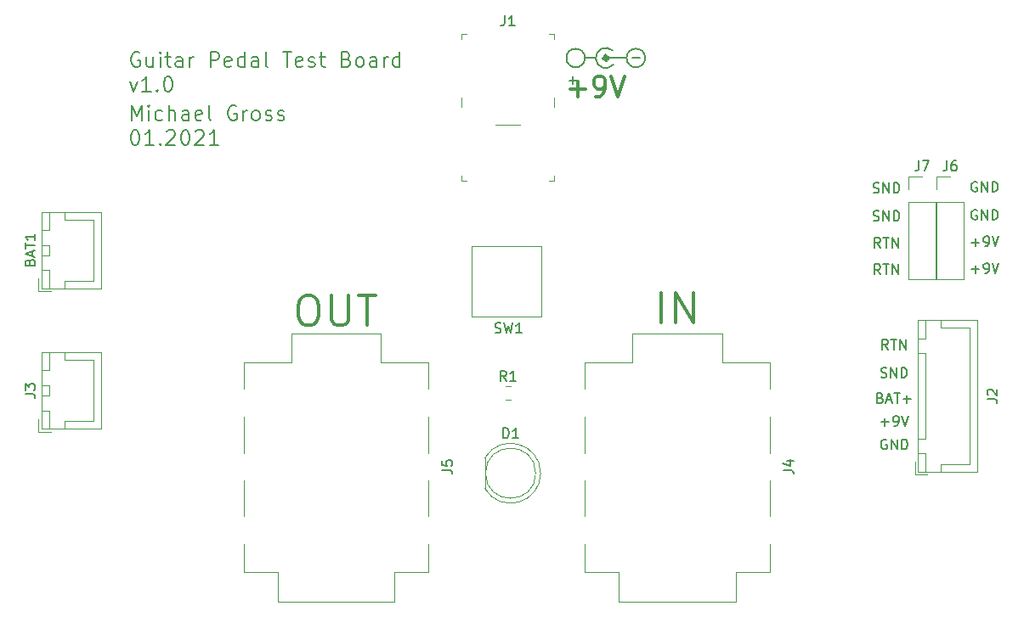
<source format=gbr>
G04 #@! TF.GenerationSoftware,KiCad,Pcbnew,(5.1.5)-3*
G04 #@! TF.CreationDate,2021-02-01T17:37:08+01:00*
G04 #@! TF.ProjectId,Prototype Board,50726f74-6f74-4797-9065-20426f617264,rev?*
G04 #@! TF.SameCoordinates,Original*
G04 #@! TF.FileFunction,Legend,Top*
G04 #@! TF.FilePolarity,Positive*
%FSLAX46Y46*%
G04 Gerber Fmt 4.6, Leading zero omitted, Abs format (unit mm)*
G04 Created by KiCad (PCBNEW (5.1.5)-3) date 2021-02-01 17:37:08*
%MOMM*%
%LPD*%
G04 APERTURE LIST*
%ADD10C,0.200000*%
%ADD11C,0.150000*%
%ADD12C,0.300000*%
%ADD13C,0.500000*%
%ADD14C,0.100000*%
%ADD15C,0.120000*%
G04 APERTURE END LIST*
D10*
X156119047Y-97821428D02*
X156880952Y-97821428D01*
X156500000Y-98202380D02*
X156500000Y-97440476D01*
X162369047Y-95571428D02*
X163130952Y-95571428D01*
D11*
X186396476Y-108989761D02*
X186539333Y-109037380D01*
X186777428Y-109037380D01*
X186872666Y-108989761D01*
X186920285Y-108942142D01*
X186967904Y-108846904D01*
X186967904Y-108751666D01*
X186920285Y-108656428D01*
X186872666Y-108608809D01*
X186777428Y-108561190D01*
X186586952Y-108513571D01*
X186491714Y-108465952D01*
X186444095Y-108418333D01*
X186396476Y-108323095D01*
X186396476Y-108227857D01*
X186444095Y-108132619D01*
X186491714Y-108085000D01*
X186586952Y-108037380D01*
X186825047Y-108037380D01*
X186967904Y-108085000D01*
X187396476Y-109037380D02*
X187396476Y-108037380D01*
X187967904Y-109037380D01*
X187967904Y-108037380D01*
X188444095Y-109037380D02*
X188444095Y-108037380D01*
X188682190Y-108037380D01*
X188825047Y-108085000D01*
X188920285Y-108180238D01*
X188967904Y-108275476D01*
X189015523Y-108465952D01*
X189015523Y-108608809D01*
X188967904Y-108799285D01*
X188920285Y-108894523D01*
X188825047Y-108989761D01*
X188682190Y-109037380D01*
X188444095Y-109037380D01*
X187110761Y-114498380D02*
X186777428Y-114022190D01*
X186539333Y-114498380D02*
X186539333Y-113498380D01*
X186920285Y-113498380D01*
X187015523Y-113546000D01*
X187063142Y-113593619D01*
X187110761Y-113688857D01*
X187110761Y-113831714D01*
X187063142Y-113926952D01*
X187015523Y-113974571D01*
X186920285Y-114022190D01*
X186539333Y-114022190D01*
X187396476Y-113498380D02*
X187967904Y-113498380D01*
X187682190Y-114498380D02*
X187682190Y-113498380D01*
X188301238Y-114498380D02*
X188301238Y-113498380D01*
X188872666Y-114498380D01*
X188872666Y-113498380D01*
X187110761Y-117165380D02*
X186777428Y-116689190D01*
X186539333Y-117165380D02*
X186539333Y-116165380D01*
X186920285Y-116165380D01*
X187015523Y-116213000D01*
X187063142Y-116260619D01*
X187110761Y-116355857D01*
X187110761Y-116498714D01*
X187063142Y-116593952D01*
X187015523Y-116641571D01*
X186920285Y-116689190D01*
X186539333Y-116689190D01*
X187396476Y-116165380D02*
X187967904Y-116165380D01*
X187682190Y-117165380D02*
X187682190Y-116165380D01*
X188301238Y-117165380D02*
X188301238Y-116165380D01*
X188872666Y-117165380D01*
X188872666Y-116165380D01*
X186396476Y-111783761D02*
X186539333Y-111831380D01*
X186777428Y-111831380D01*
X186872666Y-111783761D01*
X186920285Y-111736142D01*
X186967904Y-111640904D01*
X186967904Y-111545666D01*
X186920285Y-111450428D01*
X186872666Y-111402809D01*
X186777428Y-111355190D01*
X186586952Y-111307571D01*
X186491714Y-111259952D01*
X186444095Y-111212333D01*
X186396476Y-111117095D01*
X186396476Y-111021857D01*
X186444095Y-110926619D01*
X186491714Y-110879000D01*
X186586952Y-110831380D01*
X186825047Y-110831380D01*
X186967904Y-110879000D01*
X187396476Y-111831380D02*
X187396476Y-110831380D01*
X187967904Y-111831380D01*
X187967904Y-110831380D01*
X188444095Y-111831380D02*
X188444095Y-110831380D01*
X188682190Y-110831380D01*
X188825047Y-110879000D01*
X188920285Y-110974238D01*
X188967904Y-111069476D01*
X189015523Y-111259952D01*
X189015523Y-111402809D01*
X188967904Y-111593285D01*
X188920285Y-111688523D01*
X188825047Y-111783761D01*
X188682190Y-111831380D01*
X188444095Y-111831380D01*
X196199285Y-116657428D02*
X196961190Y-116657428D01*
X196580238Y-117038380D02*
X196580238Y-116276476D01*
X197485000Y-117038380D02*
X197675476Y-117038380D01*
X197770714Y-116990761D01*
X197818333Y-116943142D01*
X197913571Y-116800285D01*
X197961190Y-116609809D01*
X197961190Y-116228857D01*
X197913571Y-116133619D01*
X197865952Y-116086000D01*
X197770714Y-116038380D01*
X197580238Y-116038380D01*
X197485000Y-116086000D01*
X197437380Y-116133619D01*
X197389761Y-116228857D01*
X197389761Y-116466952D01*
X197437380Y-116562190D01*
X197485000Y-116609809D01*
X197580238Y-116657428D01*
X197770714Y-116657428D01*
X197865952Y-116609809D01*
X197913571Y-116562190D01*
X197961190Y-116466952D01*
X198246904Y-116038380D02*
X198580238Y-117038380D01*
X198913571Y-116038380D01*
X196199285Y-113990428D02*
X196961190Y-113990428D01*
X196580238Y-114371380D02*
X196580238Y-113609476D01*
X197485000Y-114371380D02*
X197675476Y-114371380D01*
X197770714Y-114323761D01*
X197818333Y-114276142D01*
X197913571Y-114133285D01*
X197961190Y-113942809D01*
X197961190Y-113561857D01*
X197913571Y-113466619D01*
X197865952Y-113419000D01*
X197770714Y-113371380D01*
X197580238Y-113371380D01*
X197485000Y-113419000D01*
X197437380Y-113466619D01*
X197389761Y-113561857D01*
X197389761Y-113799952D01*
X197437380Y-113895190D01*
X197485000Y-113942809D01*
X197580238Y-113990428D01*
X197770714Y-113990428D01*
X197865952Y-113942809D01*
X197913571Y-113895190D01*
X197961190Y-113799952D01*
X198246904Y-113371380D02*
X198580238Y-114371380D01*
X198913571Y-113371380D01*
X196723095Y-110752000D02*
X196627857Y-110704380D01*
X196485000Y-110704380D01*
X196342142Y-110752000D01*
X196246904Y-110847238D01*
X196199285Y-110942476D01*
X196151666Y-111132952D01*
X196151666Y-111275809D01*
X196199285Y-111466285D01*
X196246904Y-111561523D01*
X196342142Y-111656761D01*
X196485000Y-111704380D01*
X196580238Y-111704380D01*
X196723095Y-111656761D01*
X196770714Y-111609142D01*
X196770714Y-111275809D01*
X196580238Y-111275809D01*
X197199285Y-111704380D02*
X197199285Y-110704380D01*
X197770714Y-111704380D01*
X197770714Y-110704380D01*
X198246904Y-111704380D02*
X198246904Y-110704380D01*
X198485000Y-110704380D01*
X198627857Y-110752000D01*
X198723095Y-110847238D01*
X198770714Y-110942476D01*
X198818333Y-111132952D01*
X198818333Y-111275809D01*
X198770714Y-111466285D01*
X198723095Y-111561523D01*
X198627857Y-111656761D01*
X198485000Y-111704380D01*
X198246904Y-111704380D01*
X196723095Y-107958000D02*
X196627857Y-107910380D01*
X196485000Y-107910380D01*
X196342142Y-107958000D01*
X196246904Y-108053238D01*
X196199285Y-108148476D01*
X196151666Y-108338952D01*
X196151666Y-108481809D01*
X196199285Y-108672285D01*
X196246904Y-108767523D01*
X196342142Y-108862761D01*
X196485000Y-108910380D01*
X196580238Y-108910380D01*
X196723095Y-108862761D01*
X196770714Y-108815142D01*
X196770714Y-108481809D01*
X196580238Y-108481809D01*
X197199285Y-108910380D02*
X197199285Y-107910380D01*
X197770714Y-108910380D01*
X197770714Y-107910380D01*
X198246904Y-108910380D02*
X198246904Y-107910380D01*
X198485000Y-107910380D01*
X198627857Y-107958000D01*
X198723095Y-108053238D01*
X198770714Y-108148476D01*
X198818333Y-108338952D01*
X198818333Y-108481809D01*
X198770714Y-108672285D01*
X198723095Y-108767523D01*
X198627857Y-108862761D01*
X198485000Y-108910380D01*
X198246904Y-108910380D01*
D12*
X129842000Y-119261142D02*
X130413428Y-119261142D01*
X130699142Y-119404000D01*
X130984857Y-119689714D01*
X131127714Y-120261142D01*
X131127714Y-121261142D01*
X130984857Y-121832571D01*
X130699142Y-122118285D01*
X130413428Y-122261142D01*
X129842000Y-122261142D01*
X129556285Y-122118285D01*
X129270571Y-121832571D01*
X129127714Y-121261142D01*
X129127714Y-120261142D01*
X129270571Y-119689714D01*
X129556285Y-119404000D01*
X129842000Y-119261142D01*
X132413428Y-119261142D02*
X132413428Y-121689714D01*
X132556285Y-121975428D01*
X132699142Y-122118285D01*
X132984857Y-122261142D01*
X133556285Y-122261142D01*
X133842000Y-122118285D01*
X133984857Y-121975428D01*
X134127714Y-121689714D01*
X134127714Y-119261142D01*
X135127714Y-119261142D02*
X136842000Y-119261142D01*
X135984857Y-122261142D02*
X135984857Y-119261142D01*
X165306571Y-122007142D02*
X165306571Y-119007142D01*
X166735142Y-122007142D02*
X166735142Y-119007142D01*
X168449428Y-122007142D01*
X168449428Y-119007142D01*
X156178571Y-98642857D02*
X157702380Y-98642857D01*
X156940476Y-99404761D02*
X156940476Y-97880952D01*
X158750000Y-99404761D02*
X159130952Y-99404761D01*
X159321428Y-99309523D01*
X159416666Y-99214285D01*
X159607142Y-98928571D01*
X159702380Y-98547619D01*
X159702380Y-97785714D01*
X159607142Y-97595238D01*
X159511904Y-97500000D01*
X159321428Y-97404761D01*
X158940476Y-97404761D01*
X158750000Y-97500000D01*
X158654761Y-97595238D01*
X158559523Y-97785714D01*
X158559523Y-98261904D01*
X158654761Y-98452380D01*
X158750000Y-98547619D01*
X158940476Y-98642857D01*
X159321428Y-98642857D01*
X159511904Y-98547619D01*
X159607142Y-98452380D01*
X159702380Y-98261904D01*
X160273809Y-97404761D02*
X160940476Y-99404761D01*
X161607142Y-97404761D01*
D11*
X187872761Y-124658380D02*
X187539428Y-124182190D01*
X187301333Y-124658380D02*
X187301333Y-123658380D01*
X187682285Y-123658380D01*
X187777523Y-123706000D01*
X187825142Y-123753619D01*
X187872761Y-123848857D01*
X187872761Y-123991714D01*
X187825142Y-124086952D01*
X187777523Y-124134571D01*
X187682285Y-124182190D01*
X187301333Y-124182190D01*
X188158476Y-123658380D02*
X188729904Y-123658380D01*
X188444190Y-124658380D02*
X188444190Y-123658380D01*
X189063238Y-124658380D02*
X189063238Y-123658380D01*
X189634666Y-124658380D01*
X189634666Y-123658380D01*
X187158476Y-127404761D02*
X187301333Y-127452380D01*
X187539428Y-127452380D01*
X187634666Y-127404761D01*
X187682285Y-127357142D01*
X187729904Y-127261904D01*
X187729904Y-127166666D01*
X187682285Y-127071428D01*
X187634666Y-127023809D01*
X187539428Y-126976190D01*
X187348952Y-126928571D01*
X187253714Y-126880952D01*
X187206095Y-126833333D01*
X187158476Y-126738095D01*
X187158476Y-126642857D01*
X187206095Y-126547619D01*
X187253714Y-126500000D01*
X187348952Y-126452380D01*
X187587047Y-126452380D01*
X187729904Y-126500000D01*
X188158476Y-127452380D02*
X188158476Y-126452380D01*
X188729904Y-127452380D01*
X188729904Y-126452380D01*
X189206095Y-127452380D02*
X189206095Y-126452380D01*
X189444190Y-126452380D01*
X189587047Y-126500000D01*
X189682285Y-126595238D01*
X189729904Y-126690476D01*
X189777523Y-126880952D01*
X189777523Y-127023809D01*
X189729904Y-127214285D01*
X189682285Y-127309523D01*
X189587047Y-127404761D01*
X189444190Y-127452380D01*
X189206095Y-127452380D01*
X187110857Y-129468571D02*
X187253714Y-129516190D01*
X187301333Y-129563809D01*
X187348952Y-129659047D01*
X187348952Y-129801904D01*
X187301333Y-129897142D01*
X187253714Y-129944761D01*
X187158476Y-129992380D01*
X186777523Y-129992380D01*
X186777523Y-128992380D01*
X187110857Y-128992380D01*
X187206095Y-129040000D01*
X187253714Y-129087619D01*
X187301333Y-129182857D01*
X187301333Y-129278095D01*
X187253714Y-129373333D01*
X187206095Y-129420952D01*
X187110857Y-129468571D01*
X186777523Y-129468571D01*
X187729904Y-129706666D02*
X188206095Y-129706666D01*
X187634666Y-129992380D02*
X187968000Y-128992380D01*
X188301333Y-129992380D01*
X188491809Y-128992380D02*
X189063238Y-128992380D01*
X188777523Y-129992380D02*
X188777523Y-128992380D01*
X189396571Y-129611428D02*
X190158476Y-129611428D01*
X189777523Y-129992380D02*
X189777523Y-129230476D01*
X187182285Y-131897428D02*
X187944190Y-131897428D01*
X187563238Y-132278380D02*
X187563238Y-131516476D01*
X188468000Y-132278380D02*
X188658476Y-132278380D01*
X188753714Y-132230761D01*
X188801333Y-132183142D01*
X188896571Y-132040285D01*
X188944190Y-131849809D01*
X188944190Y-131468857D01*
X188896571Y-131373619D01*
X188848952Y-131326000D01*
X188753714Y-131278380D01*
X188563238Y-131278380D01*
X188468000Y-131326000D01*
X188420380Y-131373619D01*
X188372761Y-131468857D01*
X188372761Y-131706952D01*
X188420380Y-131802190D01*
X188468000Y-131849809D01*
X188563238Y-131897428D01*
X188753714Y-131897428D01*
X188848952Y-131849809D01*
X188896571Y-131802190D01*
X188944190Y-131706952D01*
X189229904Y-131278380D02*
X189563238Y-132278380D01*
X189896571Y-131278380D01*
X187730095Y-133660000D02*
X187634857Y-133612380D01*
X187492000Y-133612380D01*
X187349142Y-133660000D01*
X187253904Y-133755238D01*
X187206285Y-133850476D01*
X187158666Y-134040952D01*
X187158666Y-134183809D01*
X187206285Y-134374285D01*
X187253904Y-134469523D01*
X187349142Y-134564761D01*
X187492000Y-134612380D01*
X187587238Y-134612380D01*
X187730095Y-134564761D01*
X187777714Y-134517142D01*
X187777714Y-134183809D01*
X187587238Y-134183809D01*
X188206285Y-134612380D02*
X188206285Y-133612380D01*
X188777714Y-134612380D01*
X188777714Y-133612380D01*
X189253904Y-134612380D02*
X189253904Y-133612380D01*
X189492000Y-133612380D01*
X189634857Y-133660000D01*
X189730095Y-133755238D01*
X189777714Y-133850476D01*
X189825333Y-134040952D01*
X189825333Y-134183809D01*
X189777714Y-134374285D01*
X189730095Y-134469523D01*
X189634857Y-134564761D01*
X189492000Y-134612380D01*
X189253904Y-134612380D01*
D10*
X113286857Y-95053000D02*
X113144000Y-94981571D01*
X112929714Y-94981571D01*
X112715428Y-95053000D01*
X112572571Y-95195857D01*
X112501142Y-95338714D01*
X112429714Y-95624428D01*
X112429714Y-95838714D01*
X112501142Y-96124428D01*
X112572571Y-96267285D01*
X112715428Y-96410142D01*
X112929714Y-96481571D01*
X113072571Y-96481571D01*
X113286857Y-96410142D01*
X113358285Y-96338714D01*
X113358285Y-95838714D01*
X113072571Y-95838714D01*
X114644000Y-95481571D02*
X114644000Y-96481571D01*
X114001142Y-95481571D02*
X114001142Y-96267285D01*
X114072571Y-96410142D01*
X114215428Y-96481571D01*
X114429714Y-96481571D01*
X114572571Y-96410142D01*
X114644000Y-96338714D01*
X115358285Y-96481571D02*
X115358285Y-95481571D01*
X115358285Y-94981571D02*
X115286857Y-95053000D01*
X115358285Y-95124428D01*
X115429714Y-95053000D01*
X115358285Y-94981571D01*
X115358285Y-95124428D01*
X115858285Y-95481571D02*
X116429714Y-95481571D01*
X116072571Y-94981571D02*
X116072571Y-96267285D01*
X116144000Y-96410142D01*
X116286857Y-96481571D01*
X116429714Y-96481571D01*
X117572571Y-96481571D02*
X117572571Y-95695857D01*
X117501142Y-95553000D01*
X117358285Y-95481571D01*
X117072571Y-95481571D01*
X116929714Y-95553000D01*
X117572571Y-96410142D02*
X117429714Y-96481571D01*
X117072571Y-96481571D01*
X116929714Y-96410142D01*
X116858285Y-96267285D01*
X116858285Y-96124428D01*
X116929714Y-95981571D01*
X117072571Y-95910142D01*
X117429714Y-95910142D01*
X117572571Y-95838714D01*
X118286857Y-96481571D02*
X118286857Y-95481571D01*
X118286857Y-95767285D02*
X118358285Y-95624428D01*
X118429714Y-95553000D01*
X118572571Y-95481571D01*
X118715428Y-95481571D01*
X120358285Y-96481571D02*
X120358285Y-94981571D01*
X120929714Y-94981571D01*
X121072571Y-95053000D01*
X121144000Y-95124428D01*
X121215428Y-95267285D01*
X121215428Y-95481571D01*
X121144000Y-95624428D01*
X121072571Y-95695857D01*
X120929714Y-95767285D01*
X120358285Y-95767285D01*
X122429714Y-96410142D02*
X122286857Y-96481571D01*
X122001142Y-96481571D01*
X121858285Y-96410142D01*
X121786857Y-96267285D01*
X121786857Y-95695857D01*
X121858285Y-95553000D01*
X122001142Y-95481571D01*
X122286857Y-95481571D01*
X122429714Y-95553000D01*
X122501142Y-95695857D01*
X122501142Y-95838714D01*
X121786857Y-95981571D01*
X123786857Y-96481571D02*
X123786857Y-94981571D01*
X123786857Y-96410142D02*
X123644000Y-96481571D01*
X123358285Y-96481571D01*
X123215428Y-96410142D01*
X123144000Y-96338714D01*
X123072571Y-96195857D01*
X123072571Y-95767285D01*
X123144000Y-95624428D01*
X123215428Y-95553000D01*
X123358285Y-95481571D01*
X123644000Y-95481571D01*
X123786857Y-95553000D01*
X125144000Y-96481571D02*
X125144000Y-95695857D01*
X125072571Y-95553000D01*
X124929714Y-95481571D01*
X124644000Y-95481571D01*
X124501142Y-95553000D01*
X125144000Y-96410142D02*
X125001142Y-96481571D01*
X124644000Y-96481571D01*
X124501142Y-96410142D01*
X124429714Y-96267285D01*
X124429714Y-96124428D01*
X124501142Y-95981571D01*
X124644000Y-95910142D01*
X125001142Y-95910142D01*
X125144000Y-95838714D01*
X126072571Y-96481571D02*
X125929714Y-96410142D01*
X125858285Y-96267285D01*
X125858285Y-94981571D01*
X127572571Y-94981571D02*
X128429714Y-94981571D01*
X128001142Y-96481571D02*
X128001142Y-94981571D01*
X129501142Y-96410142D02*
X129358285Y-96481571D01*
X129072571Y-96481571D01*
X128929714Y-96410142D01*
X128858285Y-96267285D01*
X128858285Y-95695857D01*
X128929714Y-95553000D01*
X129072571Y-95481571D01*
X129358285Y-95481571D01*
X129501142Y-95553000D01*
X129572571Y-95695857D01*
X129572571Y-95838714D01*
X128858285Y-95981571D01*
X130144000Y-96410142D02*
X130286857Y-96481571D01*
X130572571Y-96481571D01*
X130715428Y-96410142D01*
X130786857Y-96267285D01*
X130786857Y-96195857D01*
X130715428Y-96053000D01*
X130572571Y-95981571D01*
X130358285Y-95981571D01*
X130215428Y-95910142D01*
X130144000Y-95767285D01*
X130144000Y-95695857D01*
X130215428Y-95553000D01*
X130358285Y-95481571D01*
X130572571Y-95481571D01*
X130715428Y-95553000D01*
X131215428Y-95481571D02*
X131786857Y-95481571D01*
X131429714Y-94981571D02*
X131429714Y-96267285D01*
X131501142Y-96410142D01*
X131644000Y-96481571D01*
X131786857Y-96481571D01*
X133929714Y-95695857D02*
X134144000Y-95767285D01*
X134215428Y-95838714D01*
X134286857Y-95981571D01*
X134286857Y-96195857D01*
X134215428Y-96338714D01*
X134144000Y-96410142D01*
X134001142Y-96481571D01*
X133429714Y-96481571D01*
X133429714Y-94981571D01*
X133929714Y-94981571D01*
X134072571Y-95053000D01*
X134144000Y-95124428D01*
X134215428Y-95267285D01*
X134215428Y-95410142D01*
X134144000Y-95553000D01*
X134072571Y-95624428D01*
X133929714Y-95695857D01*
X133429714Y-95695857D01*
X135144000Y-96481571D02*
X135001142Y-96410142D01*
X134929714Y-96338714D01*
X134858285Y-96195857D01*
X134858285Y-95767285D01*
X134929714Y-95624428D01*
X135001142Y-95553000D01*
X135144000Y-95481571D01*
X135358285Y-95481571D01*
X135501142Y-95553000D01*
X135572571Y-95624428D01*
X135644000Y-95767285D01*
X135644000Y-96195857D01*
X135572571Y-96338714D01*
X135501142Y-96410142D01*
X135358285Y-96481571D01*
X135144000Y-96481571D01*
X136929714Y-96481571D02*
X136929714Y-95695857D01*
X136858285Y-95553000D01*
X136715428Y-95481571D01*
X136429714Y-95481571D01*
X136286857Y-95553000D01*
X136929714Y-96410142D02*
X136786857Y-96481571D01*
X136429714Y-96481571D01*
X136286857Y-96410142D01*
X136215428Y-96267285D01*
X136215428Y-96124428D01*
X136286857Y-95981571D01*
X136429714Y-95910142D01*
X136786857Y-95910142D01*
X136929714Y-95838714D01*
X137644000Y-96481571D02*
X137644000Y-95481571D01*
X137644000Y-95767285D02*
X137715428Y-95624428D01*
X137786857Y-95553000D01*
X137929714Y-95481571D01*
X138072571Y-95481571D01*
X139215428Y-96481571D02*
X139215428Y-94981571D01*
X139215428Y-96410142D02*
X139072571Y-96481571D01*
X138786857Y-96481571D01*
X138644000Y-96410142D01*
X138572571Y-96338714D01*
X138501142Y-96195857D01*
X138501142Y-95767285D01*
X138572571Y-95624428D01*
X138644000Y-95553000D01*
X138786857Y-95481571D01*
X139072571Y-95481571D01*
X139215428Y-95553000D01*
X112358285Y-97931571D02*
X112715428Y-98931571D01*
X113072571Y-97931571D01*
X114429714Y-98931571D02*
X113572571Y-98931571D01*
X114001142Y-98931571D02*
X114001142Y-97431571D01*
X113858285Y-97645857D01*
X113715428Y-97788714D01*
X113572571Y-97860142D01*
X115072571Y-98788714D02*
X115144000Y-98860142D01*
X115072571Y-98931571D01*
X115001142Y-98860142D01*
X115072571Y-98788714D01*
X115072571Y-98931571D01*
X116072571Y-97431571D02*
X116215428Y-97431571D01*
X116358285Y-97503000D01*
X116429714Y-97574428D01*
X116501142Y-97717285D01*
X116572571Y-98003000D01*
X116572571Y-98360142D01*
X116501142Y-98645857D01*
X116429714Y-98788714D01*
X116358285Y-98860142D01*
X116215428Y-98931571D01*
X116072571Y-98931571D01*
X115929714Y-98860142D01*
X115858285Y-98788714D01*
X115786857Y-98645857D01*
X115715428Y-98360142D01*
X115715428Y-98003000D01*
X115786857Y-97717285D01*
X115858285Y-97574428D01*
X115929714Y-97503000D01*
X116072571Y-97431571D01*
X112501142Y-101815571D02*
X112501142Y-100315571D01*
X113001142Y-101387000D01*
X113501142Y-100315571D01*
X113501142Y-101815571D01*
X114215428Y-101815571D02*
X114215428Y-100815571D01*
X114215428Y-100315571D02*
X114144000Y-100387000D01*
X114215428Y-100458428D01*
X114286857Y-100387000D01*
X114215428Y-100315571D01*
X114215428Y-100458428D01*
X115572571Y-101744142D02*
X115429714Y-101815571D01*
X115144000Y-101815571D01*
X115001142Y-101744142D01*
X114929714Y-101672714D01*
X114858285Y-101529857D01*
X114858285Y-101101285D01*
X114929714Y-100958428D01*
X115001142Y-100887000D01*
X115144000Y-100815571D01*
X115429714Y-100815571D01*
X115572571Y-100887000D01*
X116215428Y-101815571D02*
X116215428Y-100315571D01*
X116858285Y-101815571D02*
X116858285Y-101029857D01*
X116786857Y-100887000D01*
X116644000Y-100815571D01*
X116429714Y-100815571D01*
X116286857Y-100887000D01*
X116215428Y-100958428D01*
X118215428Y-101815571D02*
X118215428Y-101029857D01*
X118144000Y-100887000D01*
X118001142Y-100815571D01*
X117715428Y-100815571D01*
X117572571Y-100887000D01*
X118215428Y-101744142D02*
X118072571Y-101815571D01*
X117715428Y-101815571D01*
X117572571Y-101744142D01*
X117501142Y-101601285D01*
X117501142Y-101458428D01*
X117572571Y-101315571D01*
X117715428Y-101244142D01*
X118072571Y-101244142D01*
X118215428Y-101172714D01*
X119501142Y-101744142D02*
X119358285Y-101815571D01*
X119072571Y-101815571D01*
X118929714Y-101744142D01*
X118858285Y-101601285D01*
X118858285Y-101029857D01*
X118929714Y-100887000D01*
X119072571Y-100815571D01*
X119358285Y-100815571D01*
X119501142Y-100887000D01*
X119572571Y-101029857D01*
X119572571Y-101172714D01*
X118858285Y-101315571D01*
X120429714Y-101815571D02*
X120286857Y-101744142D01*
X120215428Y-101601285D01*
X120215428Y-100315571D01*
X122929714Y-100387000D02*
X122786857Y-100315571D01*
X122572571Y-100315571D01*
X122358285Y-100387000D01*
X122215428Y-100529857D01*
X122144000Y-100672714D01*
X122072571Y-100958428D01*
X122072571Y-101172714D01*
X122144000Y-101458428D01*
X122215428Y-101601285D01*
X122358285Y-101744142D01*
X122572571Y-101815571D01*
X122715428Y-101815571D01*
X122929714Y-101744142D01*
X123001142Y-101672714D01*
X123001142Y-101172714D01*
X122715428Y-101172714D01*
X123644000Y-101815571D02*
X123644000Y-100815571D01*
X123644000Y-101101285D02*
X123715428Y-100958428D01*
X123786857Y-100887000D01*
X123929714Y-100815571D01*
X124072571Y-100815571D01*
X124786857Y-101815571D02*
X124644000Y-101744142D01*
X124572571Y-101672714D01*
X124501142Y-101529857D01*
X124501142Y-101101285D01*
X124572571Y-100958428D01*
X124644000Y-100887000D01*
X124786857Y-100815571D01*
X125001142Y-100815571D01*
X125144000Y-100887000D01*
X125215428Y-100958428D01*
X125286857Y-101101285D01*
X125286857Y-101529857D01*
X125215428Y-101672714D01*
X125144000Y-101744142D01*
X125001142Y-101815571D01*
X124786857Y-101815571D01*
X125858285Y-101744142D02*
X126001142Y-101815571D01*
X126286857Y-101815571D01*
X126429714Y-101744142D01*
X126501142Y-101601285D01*
X126501142Y-101529857D01*
X126429714Y-101387000D01*
X126286857Y-101315571D01*
X126072571Y-101315571D01*
X125929714Y-101244142D01*
X125858285Y-101101285D01*
X125858285Y-101029857D01*
X125929714Y-100887000D01*
X126072571Y-100815571D01*
X126286857Y-100815571D01*
X126429714Y-100887000D01*
X127072571Y-101744142D02*
X127215428Y-101815571D01*
X127501142Y-101815571D01*
X127644000Y-101744142D01*
X127715428Y-101601285D01*
X127715428Y-101529857D01*
X127644000Y-101387000D01*
X127501142Y-101315571D01*
X127286857Y-101315571D01*
X127144000Y-101244142D01*
X127072571Y-101101285D01*
X127072571Y-101029857D01*
X127144000Y-100887000D01*
X127286857Y-100815571D01*
X127501142Y-100815571D01*
X127644000Y-100887000D01*
X112786857Y-102765571D02*
X112929714Y-102765571D01*
X113072571Y-102837000D01*
X113144000Y-102908428D01*
X113215428Y-103051285D01*
X113286857Y-103337000D01*
X113286857Y-103694142D01*
X113215428Y-103979857D01*
X113144000Y-104122714D01*
X113072571Y-104194142D01*
X112929714Y-104265571D01*
X112786857Y-104265571D01*
X112644000Y-104194142D01*
X112572571Y-104122714D01*
X112501142Y-103979857D01*
X112429714Y-103694142D01*
X112429714Y-103337000D01*
X112501142Y-103051285D01*
X112572571Y-102908428D01*
X112644000Y-102837000D01*
X112786857Y-102765571D01*
X114715428Y-104265571D02*
X113858285Y-104265571D01*
X114286857Y-104265571D02*
X114286857Y-102765571D01*
X114144000Y-102979857D01*
X114001142Y-103122714D01*
X113858285Y-103194142D01*
X115358285Y-104122714D02*
X115429714Y-104194142D01*
X115358285Y-104265571D01*
X115286857Y-104194142D01*
X115358285Y-104122714D01*
X115358285Y-104265571D01*
X116001142Y-102908428D02*
X116072571Y-102837000D01*
X116215428Y-102765571D01*
X116572571Y-102765571D01*
X116715428Y-102837000D01*
X116786857Y-102908428D01*
X116858285Y-103051285D01*
X116858285Y-103194142D01*
X116786857Y-103408428D01*
X115929714Y-104265571D01*
X116858285Y-104265571D01*
X117786857Y-102765571D02*
X117929714Y-102765571D01*
X118072571Y-102837000D01*
X118144000Y-102908428D01*
X118215428Y-103051285D01*
X118286857Y-103337000D01*
X118286857Y-103694142D01*
X118215428Y-103979857D01*
X118144000Y-104122714D01*
X118072571Y-104194142D01*
X117929714Y-104265571D01*
X117786857Y-104265571D01*
X117644000Y-104194142D01*
X117572571Y-104122714D01*
X117501142Y-103979857D01*
X117429714Y-103694142D01*
X117429714Y-103337000D01*
X117501142Y-103051285D01*
X117572571Y-102908428D01*
X117644000Y-102837000D01*
X117786857Y-102765571D01*
X118858285Y-102908428D02*
X118929714Y-102837000D01*
X119072571Y-102765571D01*
X119429714Y-102765571D01*
X119572571Y-102837000D01*
X119644000Y-102908428D01*
X119715428Y-103051285D01*
X119715428Y-103194142D01*
X119644000Y-103408428D01*
X118786857Y-104265571D01*
X119715428Y-104265571D01*
X121144000Y-104265571D02*
X120286857Y-104265571D01*
X120715428Y-104265571D02*
X120715428Y-102765571D01*
X120572571Y-102979857D01*
X120429714Y-103122714D01*
X120286857Y-103194142D01*
D11*
X160425000Y-94825000D02*
G75*
G03X160500000Y-96250000I-675000J-750000D01*
G01*
D13*
X159925000Y-95575000D02*
G75*
G03X159925000Y-95575000I-175000J0D01*
G01*
D11*
X163675000Y-95575000D02*
G75*
G03X163675000Y-95575000I-925000J0D01*
G01*
X157675000Y-95575000D02*
G75*
G03X157675000Y-95575000I-925000J0D01*
G01*
X157750000Y-95575000D02*
X158650000Y-95575000D01*
X159750000Y-95575000D02*
X161750000Y-95575000D01*
D14*
X154600000Y-100500000D02*
X154600000Y-99500000D01*
X145400000Y-100500000D02*
X145400000Y-99500000D01*
X154600000Y-93200000D02*
X154600000Y-93700000D01*
X154600000Y-93200000D02*
X154100000Y-93200000D01*
X145400000Y-93200000D02*
X145900000Y-93200000D01*
X145400000Y-93200000D02*
X145400000Y-93700000D01*
X148800000Y-102200000D02*
X151200000Y-102200000D01*
X145400000Y-107800000D02*
X145400000Y-107300000D01*
X145400000Y-107800000D02*
X145900000Y-107800000D01*
X154600000Y-107800000D02*
X154600000Y-107300000D01*
X154600000Y-107800000D02*
X154100000Y-107800000D01*
D15*
X146360000Y-114356000D02*
X146360000Y-121356000D01*
X153360000Y-114356000D02*
X146360000Y-114356000D01*
X153360000Y-121356000D02*
X153360000Y-114356000D01*
X146360000Y-121356000D02*
X153360000Y-121356000D01*
X189932000Y-107382000D02*
X191262000Y-107382000D01*
X189932000Y-108712000D02*
X189932000Y-107382000D01*
X189932000Y-109982000D02*
X192592000Y-109982000D01*
X192592000Y-109982000D02*
X192592000Y-117662000D01*
X189932000Y-109982000D02*
X189932000Y-117662000D01*
X189932000Y-117662000D02*
X192592000Y-117662000D01*
X192726000Y-107382000D02*
X194056000Y-107382000D01*
X192726000Y-108712000D02*
X192726000Y-107382000D01*
X192726000Y-109982000D02*
X195386000Y-109982000D01*
X195386000Y-109982000D02*
X195386000Y-117662000D01*
X192726000Y-109982000D02*
X192726000Y-117662000D01*
X192726000Y-117662000D02*
X195386000Y-117662000D01*
X172705000Y-146820000D02*
X176105000Y-146820000D01*
X171355000Y-125970000D02*
X176105000Y-125970000D01*
X171355000Y-123050000D02*
X171355000Y-125970000D01*
X162455000Y-123050000D02*
X171355000Y-123050000D01*
X157665000Y-125970000D02*
X162415000Y-125970000D01*
X176105000Y-125970000D02*
X176105000Y-128600000D01*
X176105000Y-131400000D02*
X176105000Y-135000000D01*
X176105000Y-137700000D02*
X176105000Y-141300000D01*
X157665000Y-141300000D02*
X157665000Y-137700000D01*
X157665000Y-135000000D02*
X157665000Y-131400000D01*
X157665000Y-128600000D02*
X157665000Y-125970000D01*
X157665000Y-146820000D02*
X157665000Y-144100000D01*
X176105000Y-146820000D02*
X176105000Y-144100000D01*
X157665000Y-146820000D02*
X161065000Y-146820000D01*
X162415000Y-123050000D02*
X162415000Y-125970000D01*
X161065000Y-146820000D02*
X161065000Y-149820000D01*
X161065000Y-149820000D02*
X172705000Y-149820000D01*
X172705000Y-146820000D02*
X172705000Y-149820000D01*
X138705000Y-146820000D02*
X142105000Y-146820000D01*
X137355000Y-125970000D02*
X142105000Y-125970000D01*
X137355000Y-123050000D02*
X137355000Y-125970000D01*
X128455000Y-123050000D02*
X137355000Y-123050000D01*
X123665000Y-125970000D02*
X128415000Y-125970000D01*
X142105000Y-125970000D02*
X142105000Y-128600000D01*
X142105000Y-131400000D02*
X142105000Y-135000000D01*
X142105000Y-137700000D02*
X142105000Y-141300000D01*
X123665000Y-141300000D02*
X123665000Y-137700000D01*
X123665000Y-135000000D02*
X123665000Y-131400000D01*
X123665000Y-128600000D02*
X123665000Y-125970000D01*
X123665000Y-146820000D02*
X123665000Y-144100000D01*
X142105000Y-146820000D02*
X142105000Y-144100000D01*
X123665000Y-146820000D02*
X127065000Y-146820000D01*
X128415000Y-123050000D02*
X128415000Y-125970000D01*
X127065000Y-146820000D02*
X127065000Y-149820000D01*
X127065000Y-149820000D02*
X138705000Y-149820000D01*
X138705000Y-146820000D02*
X138705000Y-149820000D01*
X149738748Y-129710000D02*
X150261252Y-129710000D01*
X149738748Y-128290000D02*
X150261252Y-128290000D01*
X103250000Y-132850000D02*
X104500000Y-132850000D01*
X103250000Y-131600000D02*
X103250000Y-132850000D01*
X108750000Y-125700000D02*
X108750000Y-128750000D01*
X105800000Y-125700000D02*
X108750000Y-125700000D01*
X105800000Y-124950000D02*
X105800000Y-125700000D01*
X108750000Y-131800000D02*
X108750000Y-128750000D01*
X105800000Y-131800000D02*
X108750000Y-131800000D01*
X105800000Y-132550000D02*
X105800000Y-131800000D01*
X103550000Y-124950000D02*
X103550000Y-126750000D01*
X104300000Y-124950000D02*
X103550000Y-124950000D01*
X104300000Y-126750000D02*
X104300000Y-124950000D01*
X103550000Y-126750000D02*
X104300000Y-126750000D01*
X103550000Y-130750000D02*
X103550000Y-132550000D01*
X104300000Y-130750000D02*
X103550000Y-130750000D01*
X104300000Y-132550000D02*
X104300000Y-130750000D01*
X103550000Y-132550000D02*
X104300000Y-132550000D01*
X103550000Y-128250000D02*
X103550000Y-129250000D01*
X104300000Y-128250000D02*
X103550000Y-128250000D01*
X104300000Y-129250000D02*
X104300000Y-128250000D01*
X103550000Y-129250000D02*
X104300000Y-129250000D01*
X103540000Y-124940000D02*
X103540000Y-132560000D01*
X109510000Y-124940000D02*
X103540000Y-124940000D01*
X109510000Y-132560000D02*
X109510000Y-124940000D01*
X103540000Y-132560000D02*
X109510000Y-132560000D01*
X190544000Y-137136000D02*
X191794000Y-137136000D01*
X190544000Y-135886000D02*
X190544000Y-137136000D01*
X196044000Y-122486000D02*
X196044000Y-129286000D01*
X193094000Y-122486000D02*
X196044000Y-122486000D01*
X193094000Y-121736000D02*
X193094000Y-122486000D01*
X196044000Y-136086000D02*
X196044000Y-129286000D01*
X193094000Y-136086000D02*
X196044000Y-136086000D01*
X193094000Y-136836000D02*
X193094000Y-136086000D01*
X190844000Y-121736000D02*
X190844000Y-123536000D01*
X191594000Y-121736000D02*
X190844000Y-121736000D01*
X191594000Y-123536000D02*
X191594000Y-121736000D01*
X190844000Y-123536000D02*
X191594000Y-123536000D01*
X190844000Y-135036000D02*
X190844000Y-136836000D01*
X191594000Y-135036000D02*
X190844000Y-135036000D01*
X191594000Y-136836000D02*
X191594000Y-135036000D01*
X190844000Y-136836000D02*
X191594000Y-136836000D01*
X190844000Y-125036000D02*
X190844000Y-133536000D01*
X191594000Y-125036000D02*
X190844000Y-125036000D01*
X191594000Y-133536000D02*
X191594000Y-125036000D01*
X190844000Y-133536000D02*
X191594000Y-133536000D01*
X190834000Y-121726000D02*
X190834000Y-136846000D01*
X196804000Y-121726000D02*
X190834000Y-121726000D01*
X196804000Y-136846000D02*
X196804000Y-121726000D01*
X190834000Y-136846000D02*
X196804000Y-136846000D01*
X147710000Y-135455000D02*
X147710000Y-138545000D01*
X152770000Y-137000000D02*
G75*
G03X152770000Y-137000000I-2500000J0D01*
G01*
X153260000Y-136999538D02*
G75*
G02X147710000Y-138544830I-2990000J-462D01*
G01*
X153260000Y-137000462D02*
G75*
G03X147710000Y-135455170I-2990000J462D01*
G01*
X103250000Y-118850000D02*
X104500000Y-118850000D01*
X103250000Y-117600000D02*
X103250000Y-118850000D01*
X108750000Y-111700000D02*
X108750000Y-114750000D01*
X105800000Y-111700000D02*
X108750000Y-111700000D01*
X105800000Y-110950000D02*
X105800000Y-111700000D01*
X108750000Y-117800000D02*
X108750000Y-114750000D01*
X105800000Y-117800000D02*
X108750000Y-117800000D01*
X105800000Y-118550000D02*
X105800000Y-117800000D01*
X103550000Y-110950000D02*
X103550000Y-112750000D01*
X104300000Y-110950000D02*
X103550000Y-110950000D01*
X104300000Y-112750000D02*
X104300000Y-110950000D01*
X103550000Y-112750000D02*
X104300000Y-112750000D01*
X103550000Y-116750000D02*
X103550000Y-118550000D01*
X104300000Y-116750000D02*
X103550000Y-116750000D01*
X104300000Y-118550000D02*
X104300000Y-116750000D01*
X103550000Y-118550000D02*
X104300000Y-118550000D01*
X103550000Y-114250000D02*
X103550000Y-115250000D01*
X104300000Y-114250000D02*
X103550000Y-114250000D01*
X104300000Y-115250000D02*
X104300000Y-114250000D01*
X103550000Y-115250000D02*
X104300000Y-115250000D01*
X103540000Y-110940000D02*
X103540000Y-118560000D01*
X109510000Y-110940000D02*
X103540000Y-110940000D01*
X109510000Y-118560000D02*
X109510000Y-110940000D01*
X103540000Y-118560000D02*
X109510000Y-118560000D01*
D11*
X149666666Y-91352380D02*
X149666666Y-92066666D01*
X149619047Y-92209523D01*
X149523809Y-92304761D01*
X149380952Y-92352380D01*
X149285714Y-92352380D01*
X150666666Y-92352380D02*
X150095238Y-92352380D01*
X150380952Y-92352380D02*
X150380952Y-91352380D01*
X150285714Y-91495238D01*
X150190476Y-91590476D01*
X150095238Y-91638095D01*
X148726666Y-122960761D02*
X148869523Y-123008380D01*
X149107619Y-123008380D01*
X149202857Y-122960761D01*
X149250476Y-122913142D01*
X149298095Y-122817904D01*
X149298095Y-122722666D01*
X149250476Y-122627428D01*
X149202857Y-122579809D01*
X149107619Y-122532190D01*
X148917142Y-122484571D01*
X148821904Y-122436952D01*
X148774285Y-122389333D01*
X148726666Y-122294095D01*
X148726666Y-122198857D01*
X148774285Y-122103619D01*
X148821904Y-122056000D01*
X148917142Y-122008380D01*
X149155238Y-122008380D01*
X149298095Y-122056000D01*
X149631428Y-122008380D02*
X149869523Y-123008380D01*
X150060000Y-122294095D01*
X150250476Y-123008380D01*
X150488571Y-122008380D01*
X151393333Y-123008380D02*
X150821904Y-123008380D01*
X151107619Y-123008380D02*
X151107619Y-122008380D01*
X151012380Y-122151238D01*
X150917142Y-122246476D01*
X150821904Y-122294095D01*
X190928666Y-105834380D02*
X190928666Y-106548666D01*
X190881047Y-106691523D01*
X190785809Y-106786761D01*
X190642952Y-106834380D01*
X190547714Y-106834380D01*
X191309619Y-105834380D02*
X191976285Y-105834380D01*
X191547714Y-106834380D01*
X193722666Y-105834380D02*
X193722666Y-106548666D01*
X193675047Y-106691523D01*
X193579809Y-106786761D01*
X193436952Y-106834380D01*
X193341714Y-106834380D01*
X194627428Y-105834380D02*
X194436952Y-105834380D01*
X194341714Y-105882000D01*
X194294095Y-105929619D01*
X194198857Y-106072476D01*
X194151238Y-106262952D01*
X194151238Y-106643904D01*
X194198857Y-106739142D01*
X194246476Y-106786761D01*
X194341714Y-106834380D01*
X194532190Y-106834380D01*
X194627428Y-106786761D01*
X194675047Y-106739142D01*
X194722666Y-106643904D01*
X194722666Y-106405809D01*
X194675047Y-106310571D01*
X194627428Y-106262952D01*
X194532190Y-106215333D01*
X194341714Y-106215333D01*
X194246476Y-106262952D01*
X194198857Y-106310571D01*
X194151238Y-106405809D01*
X177452380Y-136683333D02*
X178166666Y-136683333D01*
X178309523Y-136730952D01*
X178404761Y-136826190D01*
X178452380Y-136969047D01*
X178452380Y-137064285D01*
X177785714Y-135778571D02*
X178452380Y-135778571D01*
X177404761Y-136016666D02*
X178119047Y-136254761D01*
X178119047Y-135635714D01*
X143452380Y-136683333D02*
X144166666Y-136683333D01*
X144309523Y-136730952D01*
X144404761Y-136826190D01*
X144452380Y-136969047D01*
X144452380Y-137064285D01*
X143452380Y-135730952D02*
X143452380Y-136207142D01*
X143928571Y-136254761D01*
X143880952Y-136207142D01*
X143833333Y-136111904D01*
X143833333Y-135873809D01*
X143880952Y-135778571D01*
X143928571Y-135730952D01*
X144023809Y-135683333D01*
X144261904Y-135683333D01*
X144357142Y-135730952D01*
X144404761Y-135778571D01*
X144452380Y-135873809D01*
X144452380Y-136111904D01*
X144404761Y-136207142D01*
X144357142Y-136254761D01*
X149833333Y-127802380D02*
X149500000Y-127326190D01*
X149261904Y-127802380D02*
X149261904Y-126802380D01*
X149642857Y-126802380D01*
X149738095Y-126850000D01*
X149785714Y-126897619D01*
X149833333Y-126992857D01*
X149833333Y-127135714D01*
X149785714Y-127230952D01*
X149738095Y-127278571D01*
X149642857Y-127326190D01*
X149261904Y-127326190D01*
X150785714Y-127802380D02*
X150214285Y-127802380D01*
X150500000Y-127802380D02*
X150500000Y-126802380D01*
X150404761Y-126945238D01*
X150309523Y-127040476D01*
X150214285Y-127088095D01*
X101902380Y-129083333D02*
X102616666Y-129083333D01*
X102759523Y-129130952D01*
X102854761Y-129226190D01*
X102902380Y-129369047D01*
X102902380Y-129464285D01*
X101902380Y-128702380D02*
X101902380Y-128083333D01*
X102283333Y-128416666D01*
X102283333Y-128273809D01*
X102330952Y-128178571D01*
X102378571Y-128130952D01*
X102473809Y-128083333D01*
X102711904Y-128083333D01*
X102807142Y-128130952D01*
X102854761Y-128178571D01*
X102902380Y-128273809D01*
X102902380Y-128559523D01*
X102854761Y-128654761D01*
X102807142Y-128702380D01*
X197746380Y-129619333D02*
X198460666Y-129619333D01*
X198603523Y-129666952D01*
X198698761Y-129762190D01*
X198746380Y-129905047D01*
X198746380Y-130000285D01*
X197841619Y-129190761D02*
X197794000Y-129143142D01*
X197746380Y-129047904D01*
X197746380Y-128809809D01*
X197794000Y-128714571D01*
X197841619Y-128666952D01*
X197936857Y-128619333D01*
X198032095Y-128619333D01*
X198174952Y-128666952D01*
X198746380Y-129238380D01*
X198746380Y-128619333D01*
X149531904Y-133492380D02*
X149531904Y-132492380D01*
X149770000Y-132492380D01*
X149912857Y-132540000D01*
X150008095Y-132635238D01*
X150055714Y-132730476D01*
X150103333Y-132920952D01*
X150103333Y-133063809D01*
X150055714Y-133254285D01*
X150008095Y-133349523D01*
X149912857Y-133444761D01*
X149770000Y-133492380D01*
X149531904Y-133492380D01*
X151055714Y-133492380D02*
X150484285Y-133492380D01*
X150770000Y-133492380D02*
X150770000Y-132492380D01*
X150674761Y-132635238D01*
X150579523Y-132730476D01*
X150484285Y-132778095D01*
X102378571Y-115964285D02*
X102426190Y-115821428D01*
X102473809Y-115773809D01*
X102569047Y-115726190D01*
X102711904Y-115726190D01*
X102807142Y-115773809D01*
X102854761Y-115821428D01*
X102902380Y-115916666D01*
X102902380Y-116297619D01*
X101902380Y-116297619D01*
X101902380Y-115964285D01*
X101950000Y-115869047D01*
X101997619Y-115821428D01*
X102092857Y-115773809D01*
X102188095Y-115773809D01*
X102283333Y-115821428D01*
X102330952Y-115869047D01*
X102378571Y-115964285D01*
X102378571Y-116297619D01*
X102616666Y-115345238D02*
X102616666Y-114869047D01*
X102902380Y-115440476D02*
X101902380Y-115107142D01*
X102902380Y-114773809D01*
X101902380Y-114583333D02*
X101902380Y-114011904D01*
X102902380Y-114297619D02*
X101902380Y-114297619D01*
X102902380Y-113154761D02*
X102902380Y-113726190D01*
X102902380Y-113440476D02*
X101902380Y-113440476D01*
X102045238Y-113535714D01*
X102140476Y-113630952D01*
X102188095Y-113726190D01*
M02*

</source>
